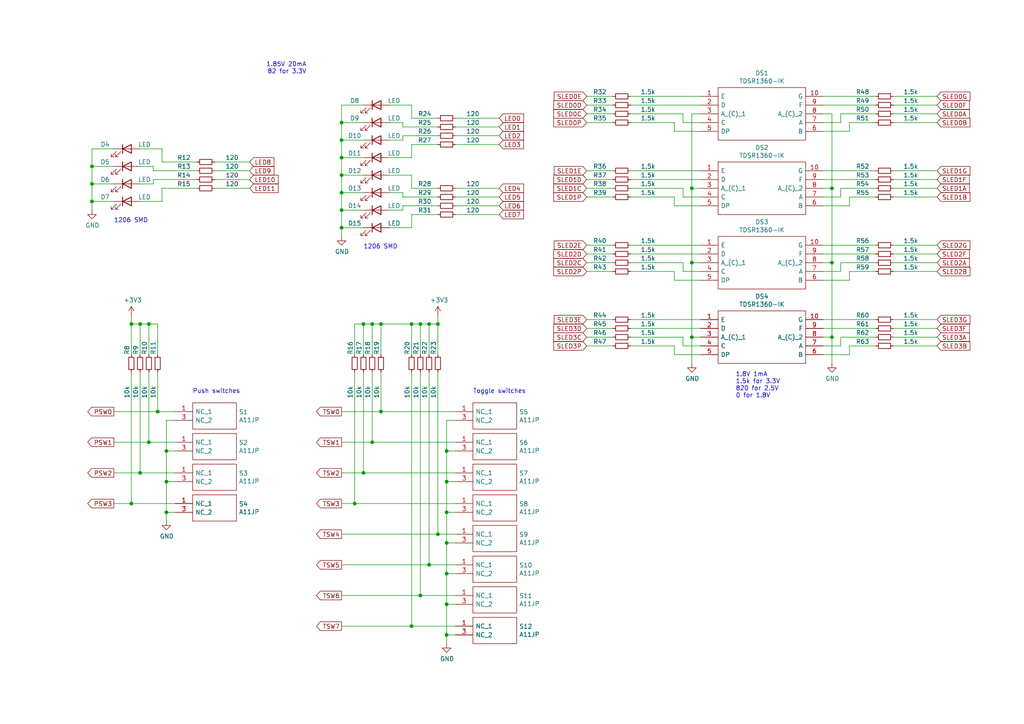
<source format=kicad_sch>
(kicad_sch (version 20211123) (generator eeschema)
  (paper "A4")
  (title_block (title "mifune/TE0890/local board") (date "2020-10-04") (rev "0.1") (comment 1 "Masayuki Takagiwa") (comment 2 "https://github.com/takagiwa/mifune") (comment 4 "GPLv2"))
  (junction (at 129.54 175.26))
  (junction (at 40.64 137.16))
  (junction (at 200.66 54.61))
  (junction (at 43.18 93.98))
  (junction (at 38.1 146.05))
  (junction (at 40.64 93.98))
  (junction (at 129.54 157.48))
  (junction (at 102.87 146.05))
  (junction (at 124.46 93.98))
  (junction (at 241.3 76.2))
  (junction (at 110.49 119.38))
  (junction (at 129.54 184.15))
  (junction (at 45.72 119.38))
  (junction (at 127 93.98))
  (junction (at 99.06 60.96))
  (junction (at 110.49 93.98))
  (junction (at 129.54 130.81))
  (junction (at 48.26 148.59))
  (junction (at 124.46 163.83))
  (junction (at 99.06 66.04))
  (junction (at 48.26 130.81))
  (junction (at 119.38 181.61))
  (junction (at 129.54 148.59))
  (junction (at 48.26 139.7))
  (junction (at 127 154.94))
  (junction (at 99.06 50.8))
  (junction (at 107.95 93.98))
  (junction (at 241.3 97.79))
  (junction (at 121.92 172.72))
  (junction (at 200.66 76.2))
  (junction (at 99.06 45.72))
  (junction (at 119.38 93.98))
  (junction (at 107.95 128.27))
  (junction (at 241.3 54.61))
  (junction (at 26.67 53.34))
  (junction (at 26.67 58.42))
  (junction (at 99.06 55.88))
  (junction (at 105.41 93.98))
  (junction (at 121.92 93.98))
  (junction (at 105.41 137.16))
  (junction (at 129.54 166.37))
  (junction (at 38.1 93.98))
  (junction (at 99.06 40.64))
  (junction (at 26.67 48.26))
  (junction (at 43.18 128.27))
  (junction (at 99.06 35.56))
  (junction (at 129.54 139.7))
  (junction (at 200.66 97.79))
  (wire (pts (xy 127 93.98) (xy 127 102.87)))
  (wire (pts (xy 116.84 57.15) (xy 127 57.15)))
  (wire (pts (xy 105.41 66.04) (xy 99.06 66.04)))
  (wire (pts (xy 238.76 100.33) (xy 243.84 100.33)))
  (wire (pts (xy 170.18 92.71) (xy 177.8 92.71)))
  (wire (pts (xy 119.38 45.72) (xy 119.38 41.91)))
  (wire (pts (xy 119.38 181.61) (xy 132.08 181.61)))
  (wire (pts (xy 33.02 58.42) (xy 26.67 58.42)))
  (wire (pts (xy 243.84 57.15) (xy 243.84 54.61)))
  (wire (pts (xy 195.58 59.69) (xy 203.2 59.69)))
  (wire (pts (xy 259.08 57.15) (xy 271.78 57.15)))
  (wire (pts (xy 243.84 35.56) (xy 243.84 33.02)))
  (wire (pts (xy 259.08 92.71) (xy 271.78 92.71)))
  (wire (pts (xy 170.18 78.74) (xy 177.8 78.74)))
  (wire (pts (xy 198.12 57.15) (xy 198.12 54.61)))
  (wire (pts (xy 241.3 54.61) (xy 241.3 76.2)))
  (wire (pts (xy 99.06 163.83) (xy 124.46 163.83)))
  (wire (pts (xy 259.08 30.48) (xy 271.78 30.48)))
  (wire (pts (xy 238.76 78.74) (xy 243.84 78.74)))
  (wire (pts (xy 116.84 59.69) (xy 127 59.69)))
  (wire (pts (xy 243.84 97.79) (xy 254 97.79)))
  (wire (pts (xy 259.08 54.61) (xy 271.78 54.61)))
  (wire (pts (xy 200.66 97.79) (xy 200.66 105.41)))
  (wire (pts (xy 132.08 59.69) (xy 144.78 59.69)))
  (wire (pts (xy 129.54 166.37) (xy 132.08 166.37)))
  (wire (pts (xy 182.88 33.02) (xy 198.12 33.02)))
  (wire (pts (xy 182.88 35.56) (xy 195.58 35.56)))
  (wire (pts (xy 105.41 35.56) (xy 99.06 35.56)))
  (wire (pts (xy 129.54 130.81) (xy 129.54 139.7)))
  (wire (pts (xy 243.84 100.33) (xy 243.84 97.79)))
  (wire (pts (xy 40.64 93.98) (xy 38.1 93.98)))
  (wire (pts (xy 116.84 55.88) (xy 116.84 57.15)))
  (wire (pts (xy 119.38 41.91) (xy 127 41.91)))
  (wire (pts (xy 238.76 33.02) (xy 241.3 33.02)))
  (wire (pts (xy 44.45 52.07) (xy 57.15 52.07)))
  (wire (pts (xy 203.2 78.74) (xy 198.12 78.74)))
  (wire (pts (xy 246.38 78.74) (xy 246.38 81.28)))
  (wire (pts (xy 105.41 45.72) (xy 99.06 45.72)))
  (wire (pts (xy 129.54 184.15) (xy 132.08 184.15)))
  (wire (pts (xy 44.45 53.34) (xy 40.64 53.34)))
  (wire (pts (xy 238.76 71.12) (xy 254 71.12)))
  (wire (pts (xy 129.54 166.37) (xy 129.54 175.26)))
  (wire (pts (xy 26.67 53.34) (xy 26.67 58.42)))
  (wire (pts (xy 62.23 46.99) (xy 72.39 46.99)))
  (wire (pts (xy 195.58 102.87) (xy 203.2 102.87)))
  (wire (pts (xy 62.23 52.07) (xy 72.39 52.07)))
  (wire (pts (xy 107.95 93.98) (xy 110.49 93.98)))
  (wire (pts (xy 182.88 52.07) (xy 203.2 52.07)))
  (wire (pts (xy 48.26 121.92) (xy 48.26 130.81)))
  (wire (pts (xy 182.88 27.94) (xy 203.2 27.94)))
  (wire (pts (xy 43.18 128.27) (xy 50.8 128.27)))
  (wire (pts (xy 129.54 139.7) (xy 129.54 148.59)))
  (wire (pts (xy 203.2 76.2) (xy 200.66 76.2)))
  (wire (pts (xy 110.49 107.95) (xy 110.49 119.38)))
  (wire (pts (xy 127 154.94) (xy 132.08 154.94)))
  (wire (pts (xy 105.41 60.96) (xy 99.06 60.96)))
  (wire (pts (xy 170.18 49.53) (xy 177.8 49.53)))
  (wire (pts (xy 26.67 43.18) (xy 26.67 48.26)))
  (wire (pts (xy 99.06 137.16) (xy 105.41 137.16)))
  (wire (pts (xy 124.46 107.95) (xy 124.46 163.83)))
  (wire (pts (xy 121.92 93.98) (xy 121.92 102.87)))
  (wire (pts (xy 243.84 54.61) (xy 254 54.61)))
  (wire (pts (xy 48.26 148.59) (xy 48.26 151.13)))
  (wire (pts (xy 170.18 30.48) (xy 177.8 30.48)))
  (wire (pts (xy 170.18 33.02) (xy 177.8 33.02)))
  (wire (pts (xy 132.08 34.29) (xy 144.78 34.29)))
  (wire (pts (xy 40.64 93.98) (xy 40.64 102.87)))
  (wire (pts (xy 259.08 35.56) (xy 271.78 35.56)))
  (wire (pts (xy 99.06 60.96) (xy 99.06 66.04)))
  (wire (pts (xy 105.41 93.98) (xy 105.41 102.87)))
  (wire (pts (xy 259.08 100.33) (xy 271.78 100.33)))
  (wire (pts (xy 119.38 66.04) (xy 119.38 62.23)))
  (wire (pts (xy 200.66 54.61) (xy 200.66 76.2)))
  (wire (pts (xy 170.18 54.61) (xy 177.8 54.61)))
  (wire (pts (xy 132.08 157.48) (xy 129.54 157.48)))
  (wire (pts (xy 110.49 93.98) (xy 110.49 102.87)))
  (wire (pts (xy 246.38 59.69) (xy 238.76 59.69)))
  (wire (pts (xy 105.41 50.8) (xy 99.06 50.8)))
  (wire (pts (xy 198.12 35.56) (xy 198.12 33.02)))
  (wire (pts (xy 259.08 97.79) (xy 271.78 97.79)))
  (wire (pts (xy 110.49 119.38) (xy 132.08 119.38)))
  (wire (pts (xy 99.06 30.48) (xy 99.06 35.56)))
  (wire (pts (xy 203.2 97.79) (xy 200.66 97.79)))
  (wire (pts (xy 119.38 54.61) (xy 127 54.61)))
  (wire (pts (xy 40.64 48.26) (xy 44.45 48.26)))
  (wire (pts (xy 110.49 93.98) (xy 119.38 93.98)))
  (wire (pts (xy 129.54 184.15) (xy 129.54 186.69)))
  (wire (pts (xy 182.88 73.66) (xy 203.2 73.66)))
  (wire (pts (xy 243.84 33.02) (xy 254 33.02)))
  (wire (pts (xy 132.08 121.92) (xy 129.54 121.92)))
  (wire (pts (xy 50.8 148.59) (xy 48.26 148.59)))
  (wire (pts (xy 116.84 40.64) (xy 113.03 40.64)))
  (wire (pts (xy 170.18 35.56) (xy 177.8 35.56)))
  (wire (pts (xy 259.08 33.02) (xy 271.78 33.02)))
  (wire (pts (xy 40.64 107.95) (xy 40.64 137.16)))
  (wire (pts (xy 46.99 46.99) (xy 57.15 46.99)))
  (wire (pts (xy 132.08 62.23) (xy 144.78 62.23)))
  (wire (pts (xy 200.66 76.2) (xy 200.66 97.79)))
  (wire (pts (xy 195.58 38.1) (xy 203.2 38.1)))
  (wire (pts (xy 246.38 100.33) (xy 254 100.33)))
  (wire (pts (xy 259.08 78.74) (xy 271.78 78.74)))
  (wire (pts (xy 102.87 93.98) (xy 105.41 93.98)))
  (wire (pts (xy 99.06 154.94) (xy 127 154.94)))
  (wire (pts (xy 127 93.98) (xy 127 91.44)))
  (wire (pts (xy 43.18 107.95) (xy 43.18 128.27)))
  (wire (pts (xy 121.92 107.95) (xy 121.92 172.72)))
  (wire (pts (xy 116.84 39.37) (xy 116.84 40.64)))
  (wire (pts (xy 132.08 39.37) (xy 144.78 39.37)))
  (wire (pts (xy 238.76 35.56) (xy 243.84 35.56)))
  (wire (pts (xy 129.54 148.59) (xy 132.08 148.59)))
  (wire (pts (xy 132.08 41.91) (xy 144.78 41.91)))
  (wire (pts (xy 50.8 121.92) (xy 48.26 121.92)))
  (wire (pts (xy 238.76 54.61) (xy 241.3 54.61)))
  (wire (pts (xy 38.1 91.44) (xy 38.1 93.98)))
  (wire (pts (xy 246.38 35.56) (xy 254 35.56)))
  (wire (pts (xy 116.84 35.56) (xy 116.84 36.83)))
  (wire (pts (xy 238.76 38.1) (xy 246.38 38.1)))
  (wire (pts (xy 203.2 33.02) (xy 200.66 33.02)))
  (wire (pts (xy 170.18 57.15) (xy 177.8 57.15)))
  (wire (pts (xy 170.18 97.79) (xy 177.8 97.79)))
  (wire (pts (xy 203.2 57.15) (xy 198.12 57.15)))
  (wire (pts (xy 33.02 53.34) (xy 26.67 53.34)))
  (wire (pts (xy 238.76 76.2) (xy 241.3 76.2)))
  (wire (pts (xy 46.99 54.61) (xy 57.15 54.61)))
  (wire (pts (xy 99.06 45.72) (xy 99.06 50.8)))
  (wire (pts (xy 246.38 81.28) (xy 238.76 81.28)))
  (wire (pts (xy 113.03 45.72) (xy 119.38 45.72)))
  (wire (pts (xy 105.41 107.95) (xy 105.41 137.16)))
  (wire (pts (xy 50.8 139.7) (xy 48.26 139.7)))
  (wire (pts (xy 182.88 71.12) (xy 203.2 71.12)))
  (wire (pts (xy 238.76 30.48) (xy 254 30.48)))
  (wire (pts (xy 40.64 93.98) (xy 43.18 93.98)))
  (wire (pts (xy 102.87 107.95) (xy 102.87 146.05)))
  (wire (pts (xy 38.1 146.05) (xy 50.8 146.05)))
  (wire (pts (xy 105.41 137.16) (xy 132.08 137.16)))
  (wire (pts (xy 119.38 30.48) (xy 113.03 30.48)))
  (wire (pts (xy 62.23 54.61) (xy 72.39 54.61)))
  (wire (pts (xy 246.38 38.1) (xy 246.38 35.56)))
  (wire (pts (xy 182.88 30.48) (xy 203.2 30.48)))
  (wire (pts (xy 241.3 97.79) (xy 241.3 105.41)))
  (wire (pts (xy 116.84 60.96) (xy 113.03 60.96)))
  (wire (pts (xy 102.87 146.05) (xy 132.08 146.05)))
  (wire (pts (xy 105.41 30.48) (xy 99.06 30.48)))
  (wire (pts (xy 33.02 43.18) (xy 26.67 43.18)))
  (wire (pts (xy 238.76 57.15) (xy 243.84 57.15)))
  (wire (pts (xy 45.72 93.98) (xy 45.72 102.87)))
  (wire (pts (xy 246.38 100.33) (xy 246.38 102.87)))
  (wire (pts (xy 113.03 55.88) (xy 116.84 55.88)))
  (wire (pts (xy 182.88 100.33) (xy 195.58 100.33)))
  (wire (pts (xy 99.06 181.61) (xy 119.38 181.61)))
  (wire (pts (xy 45.72 119.38) (xy 50.8 119.38)))
  (wire (pts (xy 198.12 78.74) (xy 198.12 76.2)))
  (wire (pts (xy 48.26 130.81) (xy 48.26 139.7)))
  (wire (pts (xy 238.76 97.79) (xy 241.3 97.79)))
  (wire (pts (xy 46.99 58.42) (xy 46.99 54.61)))
  (wire (pts (xy 170.18 71.12) (xy 177.8 71.12)))
  (wire (pts (xy 129.54 157.48) (xy 129.54 166.37)))
  (wire (pts (xy 40.64 58.42) (xy 46.99 58.42)))
  (wire (pts (xy 107.95 107.95) (xy 107.95 128.27)))
  (wire (pts (xy 99.06 50.8) (xy 99.06 55.88)))
  (wire (pts (xy 241.3 33.02) (xy 241.3 54.61)))
  (wire (pts (xy 33.02 137.16) (xy 40.64 137.16)))
  (wire (pts (xy 38.1 93.98) (xy 38.1 102.87)))
  (wire (pts (xy 238.76 27.94) (xy 254 27.94)))
  (wire (pts (xy 195.58 81.28) (xy 203.2 81.28)))
  (wire (pts (xy 238.76 49.53) (xy 254 49.53)))
  (wire (pts (xy 129.54 121.92) (xy 129.54 130.81)))
  (wire (pts (xy 62.23 49.53) (xy 72.39 49.53)))
  (wire (pts (xy 182.88 78.74) (xy 195.58 78.74)))
  (wire (pts (xy 182.88 76.2) (xy 198.12 76.2)))
  (wire (pts (xy 241.3 76.2) (xy 241.3 97.79)))
  (wire (pts (xy 203.2 100.33) (xy 198.12 100.33)))
  (wire (pts (xy 243.84 78.74) (xy 243.84 76.2)))
  (wire (pts (xy 119.38 34.29) (xy 127 34.29)))
  (wire (pts (xy 129.54 148.59) (xy 129.54 157.48)))
  (wire (pts (xy 43.18 93.98) (xy 43.18 102.87)))
  (wire (pts (xy 127 107.95) (xy 127 154.94)))
  (wire (pts (xy 132.08 54.61) (xy 144.78 54.61)))
  (wire (pts (xy 198.12 100.33) (xy 198.12 97.79)))
  (wire (pts (xy 170.18 73.66) (xy 177.8 73.66)))
  (wire (pts (xy 119.38 107.95) (xy 119.38 181.61)))
  (wire (pts (xy 170.18 100.33) (xy 177.8 100.33)))
  (wire (pts (xy 107.95 128.27) (xy 132.08 128.27)))
  (wire (pts (xy 170.18 52.07) (xy 177.8 52.07)))
  (wire (pts (xy 107.95 93.98) (xy 107.95 102.87)))
  (wire (pts (xy 33.02 128.27) (xy 43.18 128.27)))
  (wire (pts (xy 119.38 50.8) (xy 113.03 50.8)))
  (wire (pts (xy 99.06 172.72) (xy 121.92 172.72)))
  (wire (pts (xy 243.84 76.2) (xy 254 76.2)))
  (wire (pts (xy 105.41 55.88) (xy 99.06 55.88)))
  (wire (pts (xy 259.08 95.25) (xy 271.78 95.25)))
  (wire (pts (xy 113.03 66.04) (xy 119.38 66.04)))
  (wire (pts (xy 121.92 172.72) (xy 132.08 172.72)))
  (wire (pts (xy 132.08 139.7) (xy 129.54 139.7)))
  (wire (pts (xy 44.45 48.26) (xy 44.45 49.53)))
  (wire (pts (xy 259.08 27.94) (xy 271.78 27.94)))
  (wire (pts (xy 124.46 93.98) (xy 127 93.98)))
  (wire (pts (xy 33.02 119.38) (xy 45.72 119.38)))
  (wire (pts (xy 105.41 93.98) (xy 107.95 93.98)))
  (wire (pts (xy 246.38 102.87) (xy 238.76 102.87)))
  (wire (pts (xy 26.67 58.42) (xy 26.67 60.96)))
  (wire (pts (xy 182.88 54.61) (xy 198.12 54.61)))
  (wire (pts (xy 105.41 40.64) (xy 99.06 40.64)))
  (wire (pts (xy 129.54 175.26) (xy 129.54 184.15)))
  (wire (pts (xy 238.76 73.66) (xy 254 73.66)))
  (wire (pts (xy 99.06 66.04) (xy 99.06 68.58)))
  (wire (pts (xy 119.38 93.98) (xy 121.92 93.98)))
  (wire (pts (xy 99.06 119.38) (xy 110.49 119.38)))
  (wire (pts (xy 48.26 139.7) (xy 48.26 148.59)))
  (wire (pts (xy 182.88 49.53) (xy 203.2 49.53)))
  (wire (pts (xy 121.92 93.98) (xy 124.46 93.98)))
  (wire (pts (xy 45.72 107.95) (xy 45.72 119.38)))
  (wire (pts (xy 119.38 93.98) (xy 119.38 102.87)))
  (wire (pts (xy 99.06 40.64) (xy 99.06 45.72)))
  (wire (pts (xy 132.08 57.15) (xy 144.78 57.15)))
  (wire (pts (xy 116.84 59.69) (xy 116.84 60.96)))
  (wire (pts (xy 203.2 35.56) (xy 198.12 35.56)))
  (wire (pts (xy 195.58 100.33) (xy 195.58 102.87)))
  (wire (pts (xy 119.38 62.23) (xy 127 62.23)))
  (wire (pts (xy 99.06 55.88) (xy 99.06 60.96)))
  (wire (pts (xy 238.76 95.25) (xy 254 95.25)))
  (wire (pts (xy 132.08 175.26) (xy 129.54 175.26)))
  (wire (pts (xy 182.88 97.79) (xy 198.12 97.79)))
  (wire (pts (xy 132.08 36.83) (xy 144.78 36.83)))
  (wire (pts (xy 170.18 95.25) (xy 177.8 95.25)))
  (wire (pts (xy 200.66 33.02) (xy 200.66 54.61)))
  (wire (pts (xy 182.88 92.71) (xy 203.2 92.71)))
  (wire (pts (xy 102.87 93.98) (xy 102.87 102.87)))
  (wire (pts (xy 46.99 43.18) (xy 40.64 43.18)))
  (wire (pts (xy 99.06 146.05) (xy 102.87 146.05)))
  (wire (pts (xy 40.64 137.16) (xy 50.8 137.16)))
  (wire (pts (xy 44.45 52.07) (xy 44.45 53.34)))
  (wire (pts (xy 238.76 92.71) (xy 254 92.71)))
  (wire (pts (xy 246.38 57.15) (xy 254 57.15)))
  (wire (pts (xy 124.46 163.83) (xy 132.08 163.83)))
  (wire (pts (xy 119.38 54.61) (xy 119.38 50.8)))
  (wire (pts (xy 113.03 35.56) (xy 116.84 35.56)))
  (wire (pts (xy 119.38 34.29) (xy 119.38 30.48)))
  (wire (pts (xy 99.06 35.56) (xy 99.06 40.64)))
  (wire (pts (xy 99.06 128.27) (xy 107.95 128.27)))
  (wire (pts (xy 195.58 78.74) (xy 195.58 81.28)))
  (wire (pts (xy 182.88 95.25) (xy 203.2 95.25)))
  (wire (pts (xy 182.88 57.15) (xy 195.58 57.15)))
  (wire (pts (xy 195.58 35.56) (xy 195.58 38.1)))
  (wire (pts (xy 33.02 146.05) (xy 38.1 146.05)))
  (wire (pts (xy 44.45 49.53) (xy 57.15 49.53)))
  (wire (pts (xy 203.2 54.61) (xy 200.66 54.61)))
  (wire (pts (xy 259.08 52.07) (xy 271.78 52.07)))
  (wire (pts (xy 50.8 130.81) (xy 48.26 130.81)))
  (wire (pts (xy 238.76 52.07) (xy 254 52.07)))
  (wire (pts (xy 124.46 93.98) (xy 124.46 102.87)))
  (wire (pts (xy 38.1 107.95) (xy 38.1 146.05)))
  (wire (pts (xy 46.99 46.99) (xy 46.99 43.18)))
  (wire (pts (xy 259.08 76.2) (xy 271.78 76.2)))
  (wire (pts (xy 246.38 78.74) (xy 254 78.74)))
  (wire (pts (xy 259.08 73.66) (xy 271.78 73.66)))
  (wire (pts (xy 195.58 57.15) (xy 195.58 59.69)))
  (wire (pts (xy 259.08 49.53) (xy 271.78 49.53)))
  (wire (pts (xy 170.18 27.94) (xy 177.8 27.94)))
  (wire (pts (xy 116.84 39.37) (xy 127 39.37)))
  (wire (pts (xy 246.38 57.15) (xy 246.38 59.69)))
  (wire (pts (xy 170.18 76.2) (xy 177.8 76.2)))
  (wire (pts (xy 116.84 36.83) (xy 127 36.83)))
  (wire (pts (xy 33.02 48.26) (xy 26.67 48.26)))
  (wire (pts (xy 26.67 48.26) (xy 26.67 53.34)))
  (wire (pts (xy 43.18 93.98) (xy 45.72 93.98)))
  (wire (pts (xy 259.08 71.12) (xy 271.78 71.12)))
  (wire (pts (xy 129.54 130.81) (xy 132.08 130.81)))
  (text "Toggle switches" (at 137.16 114.3 0) (effects (font (size 1.27 1.27)) (justify left bottom)))
  (text "1206 SMD" (at 105.41 72.39 0) (effects (font (size 1.27 1.27)) (justify left bottom)))
  (text "1.8V 1mA\n1.5k for 3.3V\n820 for 2.5V\n0 for 1.8V\n" (at 213.36 115.57 0) (effects (font (size 1.27 1.27)) (justify left bottom)))
  (text "Push switches" (at 55.88 114.3 0) (effects (font (size 1.27 1.27)) (justify left bottom)))
  (text "1.85V 20mA\n82 for 3.3V" (at 88.9 21.59 180) (effects (font (size 1.27 1.27)) (justify right bottom)))
  (text "1206 SMD" (at 33.02 64.77 0) (effects (font (size 1.27 1.27)) (justify left bottom)))
  (global_label "TSW1" (shape output) (at 99.06 128.27 180) (property "シート間のリファレンス" "${INTERSHEET_REFS}" (effects hide)))
  (global_label "LED1" (shape input) (at 144.78 36.83 0) (property "シート間のリファレンス" "${INTERSHEET_REFS}" (effects hide)))
  (global_label "SLED0D" (shape input) (at 170.18 30.48 180) (property "シート間のリファレンス" "${INTERSHEET_REFS}" (effects hide)))
  (global_label "LED5" (shape input) (at 144.78 57.15 0) (property "シート間のリファレンス" "${INTERSHEET_REFS}" (effects hide)))
  (global_label "TSW7" (shape output) (at 99.06 181.61 180) (property "シート間のリファレンス" "${INTERSHEET_REFS}" (effects hide)))
  (global_label "SLED1G" (shape input) (at 271.78 49.53 0) (property "シート間のリファレンス" "${INTERSHEET_REFS}" (effects hide)))
  (global_label "SLED3F" (shape input) (at 271.78 95.25 0) (property "シート間のリファレンス" "${INTERSHEET_REFS}" (effects hide)))
  (global_label "SLED1P" (shape input) (at 170.18 57.15 180) (property "シート間のリファレンス" "${INTERSHEET_REFS}" (effects hide)))
  (global_label "SLED0F" (shape input) (at 271.78 30.48 0) (property "シート間のリファレンス" "${INTERSHEET_REFS}" (effects hide)))
  (global_label "SLED1C" (shape input) (at 170.18 54.61 180) (property "シート間のリファレンス" "${INTERSHEET_REFS}" (effects hide)))
  (global_label "PSW2" (shape output) (at 33.02 137.16 180) (property "シート間のリファレンス" "${INTERSHEET_REFS}" (effects hide)))
  (global_label "SLED1F" (shape input) (at 271.78 52.07 0) (property "シート間のリファレンス" "${INTERSHEET_REFS}" (effects hide)))
  (global_label "SLED2G" (shape input) (at 271.78 71.12 0) (property "シート間のリファレンス" "${INTERSHEET_REFS}" (effects hide)))
  (global_label "SLED0E" (shape input) (at 170.18 27.94 180) (property "シート間のリファレンス" "${INTERSHEET_REFS}" (effects hide)))
  (global_label "SLED2E" (shape input) (at 170.18 71.12 180) (property "シート間のリファレンス" "${INTERSHEET_REFS}" (effects hide)))
  (global_label "TSW4" (shape output) (at 99.06 154.94 180) (property "シート間のリファレンス" "${INTERSHEET_REFS}" (effects hide)))
  (global_label "SLED2D" (shape input) (at 170.18 73.66 180) (property "シート間のリファレンス" "${INTERSHEET_REFS}" (effects hide)))
  (global_label "SLED0G" (shape input) (at 271.78 27.94 0) (property "シート間のリファレンス" "${INTERSHEET_REFS}" (effects hide)))
  (global_label "SLED1B" (shape input) (at 271.78 57.15 0) (property "シート間のリファレンス" "${INTERSHEET_REFS}" (effects hide)))
  (global_label "SLED2C" (shape input) (at 170.18 76.2 180) (property "シート間のリファレンス" "${INTERSHEET_REFS}" (effects hide)))
  (global_label "LED4" (shape input) (at 144.78 54.61 0) (property "シート間のリファレンス" "${INTERSHEET_REFS}" (effects hide)))
  (global_label "PSW3" (shape output) (at 33.02 146.05 180) (property "シート間のリファレンス" "${INTERSHEET_REFS}" (effects hide)))
  (global_label "TSW2" (shape output) (at 99.06 137.16 180) (property "シート間のリファレンス" "${INTERSHEET_REFS}" (effects hide)))
  (global_label "SLED1E" (shape input) (at 170.18 49.53 180) (property "シート間のリファレンス" "${INTERSHEET_REFS}" (effects hide)))
  (global_label "PSW0" (shape output) (at 33.02 119.38 180) (property "シート間のリファレンス" "${INTERSHEET_REFS}" (effects hide)))
  (global_label "SLED3A" (shape input) (at 271.78 97.79 0) (property "シート間のリファレンス" "${INTERSHEET_REFS}" (effects hide)))
  (global_label "TSW0" (shape output) (at 99.06 119.38 180) (property "シート間のリファレンス" "${INTERSHEET_REFS}" (effects hide)))
  (global_label "LED10" (shape input) (at 72.39 52.07 0) (property "シート間のリファレンス" "${INTERSHEET_REFS}" (effects hide)))
  (global_label "SLED1D" (shape input) (at 170.18 52.07 180) (property "シート間のリファレンス" "${INTERSHEET_REFS}" (effects hide)))
  (global_label "SLED3E" (shape input) (at 170.18 92.71 180) (property "シート間のリファレンス" "${INTERSHEET_REFS}" (effects hide)))
  (global_label "SLED3C" (shape input) (at 170.18 97.79 180) (property "シート間のリファレンス" "${INTERSHEET_REFS}" (effects hide)))
  (global_label "SLED0B" (shape input) (at 271.78 35.56 0) (property "シート間のリファレンス" "${INTERSHEET_REFS}" (effects hide)))
  (global_label "TSW3" (shape output) (at 99.06 146.05 180) (property "シート間のリファレンス" "${INTERSHEET_REFS}" (effects hide)))
  (global_label "SLED3D" (shape input) (at 170.18 95.25 180) (property "シート間のリファレンス" "${INTERSHEET_REFS}" (effects hide)))
  (global_label "SLED2B" (shape input) (at 271.78 78.74 0) (property "シート間のリファレンス" "${INTERSHEET_REFS}" (effects hide)))
  (global_label "SLED2A" (shape input) (at 271.78 76.2 0) (property "シート間のリファレンス" "${INTERSHEET_REFS}" (effects hide)))
  (global_label "LED8" (shape input) (at 72.39 46.99 0) (property "シート間のリファレンス" "${INTERSHEET_REFS}" (effects hide)))
  (global_label "TSW5" (shape output) (at 99.06 163.83 180) (property "シート間のリファレンス" "${INTERSHEET_REFS}" (effects hide)))
  (global_label "SLED2P" (shape input) (at 170.18 78.74 180) (property "シート間のリファレンス" "${INTERSHEET_REFS}" (effects hide)))
  (global_label "LED9" (shape input) (at 72.39 49.53 0) (property "シート間のリファレンス" "${INTERSHEET_REFS}" (effects hide)))
  (global_label "TSW6" (shape output) (at 99.06 172.72 180) (property "シート間のリファレンス" "${INTERSHEET_REFS}" (effects hide)))
  (global_label "SLED2F" (shape input) (at 271.78 73.66 0) (property "シート間のリファレンス" "${INTERSHEET_REFS}" (effects hide)))
  (global_label "LED11" (shape input) (at 72.39 54.61 0) (property "シート間のリファレンス" "${INTERSHEET_REFS}" (effects hide)))
  (global_label "PSW1" (shape output) (at 33.02 128.27 180) (property "シート間のリファレンス" "${INTERSHEET_REFS}" (effects hide)))
  (global_label "SLED0C" (shape input) (at 170.18 33.02 180) (property "シート間のリファレンス" "${INTERSHEET_REFS}" (effects hide)))
  (global_label "LED0" (shape input) (at 144.78 34.29 0) (property "シート間のリファレンス" "${INTERSHEET_REFS}" (effects hide)))
  (global_label "SLED3B" (shape input) (at 271.78 100.33 0) (property "シート間のリファレンス" "${INTERSHEET_REFS}" (effects hide)))
  (global_label "LED6" (shape input) (at 144.78 59.69 0) (property "シート間のリファレンス" "${INTERSHEET_REFS}" (effects hide)))
  (global_label "SLED0A" (shape input) (at 271.78 33.02 0) (property "シート間のリファレンス" "${INTERSHEET_REFS}" (effects hide)))
  (global_label "SLED0P" (shape input) (at 170.18 35.56 180) (property "シート間のリファレンス" "${INTERSHEET_REFS}" (effects hide)))
  (global_label "LED7" (shape input) (at 144.78 62.23 0) (property "シート間のリファレンス" "${INTERSHEET_REFS}" (effects hide)))
  (global_label "SLED3G" (shape input) (at 271.78 92.71 0) (property "シート間のリファレンス" "${INTERSHEET_REFS}" (effects hide)))
  (global_label "SLED3P" (shape input) (at 170.18 100.33 180) (property "シート間のリファレンス" "${INTERSHEET_REFS}" (effects hide)))
  (global_label "LED3" (shape input) (at 144.78 41.91 0) (property "シート間のリファレンス" "${INTERSHEET_REFS}" (effects hide)))
  (global_label "LED2" (shape input) (at 144.78 39.37 0) (property "シート間のリファレンス" "${INTERSHEET_REFS}" (effects hide)))
  (global_label "SLED1A" (shape input) (at 271.78 54.61 0) (property "シート間のリファレンス" "${INTERSHEET_REFS}" (effects hide)))
  (symbol (lib_id "Device:LED") (at 109.22 30.48 0)
    (property "Reference" "D8" (at 102.87 29.21 0))
    (property "Value" "LED" (at 114.3 29.21 0))
    (property "Footprint" "LED_SMD:LED_1206_3216Metric_Pad1.42x1.75mm_HandSolder" (effects hide))
  )
  (symbol (lib_id "Device:LED") (at 109.22 35.56 0)
    (property "Reference" "D9" (at 102.87 34.29 0))
    (property "Value" "LED" (at 114.3 34.29 0))
    (property "Footprint" "LED_SMD:LED_1206_3216Metric_Pad1.42x1.75mm_HandSolder" (effects hide))
  )
  (symbol (lib_id "Device:LED") (at 109.22 40.64 0)
    (property "Reference" "D10" (at 102.87 39.37 0))
    (property "Value" "LED" (at 114.3 39.37 0))
    (property "Footprint" "LED_SMD:LED_1206_3216Metric_Pad1.42x1.75mm_HandSolder" (effects hide))
  )
  (symbol (lib_id "Device:LED") (at 109.22 45.72 0)
    (property "Reference" "D11" (at 102.87 44.45 0))
    (property "Value" "LED" (at 114.3 44.45 0))
    (property "Footprint" "LED_SMD:LED_1206_3216Metric_Pad1.42x1.75mm_HandSolder" (effects hide))
  )
  (symbol (lib_id "Device:LED") (at 109.22 50.8 0)
    (property "Reference" "D12" (at 102.87 49.53 0))
    (property "Value" "LED" (at 114.3 49.53 0))
    (property "Footprint" "LED_SMD:LED_1206_3216Metric_Pad1.42x1.75mm_HandSolder" (effects hide))
  )
  (symbol (lib_id "Device:LED") (at 109.22 55.88 0)
    (property "Reference" "D13" (at 102.87 54.61 0))
    (property "Value" "LED" (at 114.3 54.61 0))
    (property "Footprint" "LED_SMD:LED_1206_3216Metric_Pad1.42x1.75mm_HandSolder" (effects hide))
  )
  (symbol (lib_id "Device:LED") (at 109.22 60.96 0)
    (property "Reference" "D14" (at 102.87 59.69 0))
    (property "Value" "LED" (at 114.3 59.69 0))
    (property "Footprint" "LED_SMD:LED_1206_3216Metric_Pad1.42x1.75mm_HandSolder" (effects hide))
  )
  (symbol (lib_id "Device:LED") (at 109.22 66.04 0)
    (property "Reference" "D15" (at 102.87 64.77 0))
    (property "Value" "LED" (at 114.3 64.77 0))
    (property "Footprint" "LED_SMD:LED_1206_3216Metric_Pad1.42x1.75mm_HandSolder" (effects hide))
  )
  (symbol (lib_id "LibraryLoader:TDSR1360-IK") (at 203.2 27.94 0) (unit 1)
    (property "Reference" "DS1" (at 220.98 21.209 0))
    (property "Value" "TDSR1360-IK" (at 220.98 23.5204 0))
    (property "Footprint" "LibraryLoader:TDSR1360IK" (effects hide))
    (property "Datasheet" "https://componentsearchengine.com/Datasheets/1/TDSR1360-IK.pdf" (effects hide))
    (property "Description" "Displays Module 1DIGIT 8LED Red CC 10-Pin DIP Module Tube" (effects hide))
    (property "Height" "7.1" (effects hide))
    (property "Mouser Part Number" "78-TDSR1360-IK" (effects hide))
    (property "Mouser Price/Stock" "https://www.mouser.co.uk/ProductDetail/Vishay-Semiconductors/TDSR1360-IK?qs=5csRq1wdUj5b9hoSL0MeOw%3D%3D" (effects hide))
    (property "Manufacturer_Name" "Vishay" (effects hide))
    (property "Manufacturer_Part_Number" "TDSR1360-IK" (effects hide))
  )
  (symbol (lib_id "LibraryLoader:TDSR1360-IK") (at 203.2 49.53 0) (unit 1)
    (property "Reference" "DS2" (at 220.98 42.799 0))
    (property "Value" "TDSR1360-IK" (at 220.98 45.1104 0))
    (property "Footprint" "LibraryLoader:TDSR1360IK" (effects hide))
    (property "Datasheet" "https://componentsearchengine.com/Datasheets/1/TDSR1360-IK.pdf" (effects hide))
    (property "Description" "Displays Module 1DIGIT 8LED Red CC 10-Pin DIP Module Tube" (effects hide))
    (property "Height" "7.1" (effects hide))
    (property "Mouser Part Number" "78-TDSR1360-IK" (effects hide))
    (property "Mouser Price/Stock" "https://www.mouser.co.uk/ProductDetail/Vishay-Semiconductors/TDSR1360-IK?qs=5csRq1wdUj5b9hoSL0MeOw%3D%3D" (effects hide))
    (property "Manufacturer_Name" "Vishay" (effects hide))
    (property "Manufacturer_Part_Number" "TDSR1360-IK" (effects hide))
  )
  (symbol (lib_id "LibraryLoader:TDSR1360-IK") (at 203.2 71.12 0) (unit 1)
    (property "Reference" "DS3" (at 220.98 64.389 0))
    (property "Value" "TDSR1360-IK" (at 220.98 66.7004 0))
    (property "Footprint" "LibraryLoader:TDSR1360IK" (effects hide))
    (property "Datasheet" "https://componentsearchengine.com/Datasheets/1/TDSR1360-IK.pdf" (effects hide))
    (property "Description" "Displays Module 1DIGIT 8LED Red CC 10-Pin DIP Module Tube" (effects hide))
    (property "Height" "7.1" (effects hide))
    (property "Mouser Part Number" "78-TDSR1360-IK" (effects hide))
    (property "Mouser Price/Stock" "https://www.mouser.co.uk/ProductDetail/Vishay-Semiconductors/TDSR1360-IK?qs=5csRq1wdUj5b9hoSL0MeOw%3D%3D" (effects hide))
    (property "Manufacturer_Name" "Vishay" (effects hide))
    (property "Manufacturer_Part_Number" "TDSR1360-IK" (effects hide))
  )
  (symbol (lib_id "LibraryLoader:TDSR1360-IK") (at 203.2 92.71 0) (unit 1)
    (property "Reference" "DS4" (at 220.98 85.979 0))
    (property "Value" "TDSR1360-IK" (at 220.98 88.2904 0))
    (property "Footprint" "LibraryLoader:TDSR1360IK" (effects hide))
    (property "Datasheet" "https://componentsearchengine.com/Datasheets/1/TDSR1360-IK.pdf" (effects hide))
    (property "Description" "Displays Module 1DIGIT 8LED Red CC 10-Pin DIP Module Tube" (effects hide))
    (property "Height" "7.1" (effects hide))
    (property "Mouser Part Number" "78-TDSR1360-IK" (effects hide))
    (property "Mouser Price/Stock" "https://www.mouser.co.uk/ProductDetail/Vishay-Semiconductors/TDSR1360-IK?qs=5csRq1wdUj5b9hoSL0MeOw%3D%3D" (effects hide))
    (property "Manufacturer_Name" "Vishay" (effects hide))
    (property "Manufacturer_Part_Number" "TDSR1360-IK" (effects hide))
  )
  (symbol (lib_id "power:GND") (at 241.3 105.41 0) (unit 1)
    (property "Reference" "#PWR033" (effects hide))
    (property "Value" "GND" (at 241.427 109.8042 0))
  )
  (symbol (lib_id "power:GND") (at 200.66 105.41 0) (unit 1)
    (property "Reference" "#PWR032" (effects hide))
    (property "Value" "GND" (at 200.787 109.8042 0))
  )
  (symbol (lib_id "power:GND") (at 99.06 68.58 0) (unit 1)
    (property "Reference" "#PWR029" (effects hide))
    (property "Value" "GND" (at 99.187 72.9742 0))
  )
  (symbol (lib_id "power:GND") (at 48.26 151.13 0) (unit 1)
    (property "Reference" "#PWR028" (effects hide))
    (property "Value" "GND" (at 48.387 155.5242 0))
  )
  (symbol (lib_id "power:GND") (at 129.54 186.69 0) (unit 1)
    (property "Reference" "#PWR031" (effects hide))
    (property "Value" "GND" (at 129.667 191.0842 0))
  )
  (symbol (lib_id "LibraryLoader:A11JP") (at 132.08 146.05 0) (unit 1)
    (property "Reference" "S8" (at 150.5712 146.1516 0) (effects (justify left)))
    (property "Value" "A11JP" (at 150.5712 148.463 0) (effects (justify left)))
    (property "Footprint" "LibraryLoader:A11JP" (effects hide))
    (property "Description" "NKK SWITCHES - A11JP - SWITCH, TOGGLE, SPST, 0.1A, 28VAC" (effects hide))
    (property "Height" "19.4" (effects hide))
    (property "Mouser Part Number" "633-A11JP" (effects hide))
    (property "Mouser Price/Stock" "https://www.mouser.co.uk/ProductDetail/NKK-Switches/A11JP?qs=KqcCwYXy5KGYGAOWVYZnow%3D%3D" (effects hide))
    (property "Manufacturer_Name" "NKK Switches" (effects hide))
    (property "Manufacturer_Part_Number" "A11JP" (effects hide))
  )
  (symbol (lib_id "LibraryLoader:A11JP") (at 132.08 137.16 0) (unit 1)
    (property "Reference" "S7" (at 150.5712 137.2616 0) (effects (justify left)))
    (property "Value" "A11JP" (at 150.5712 139.573 0) (effects (justify left)))
    (property "Footprint" "LibraryLoader:A11JP" (effects hide))
    (property "Description" "NKK SWITCHES - A11JP - SWITCH, TOGGLE, SPST, 0.1A, 28VAC" (effects hide))
    (property "Height" "19.4" (effects hide))
    (property "Mouser Part Number" "633-A11JP" (effects hide))
    (property "Mouser Price/Stock" "https://www.mouser.co.uk/ProductDetail/NKK-Switches/A11JP?qs=KqcCwYXy5KGYGAOWVYZnow%3D%3D" (effects hide))
    (property "Manufacturer_Name" "NKK Switches" (effects hide))
    (property "Manufacturer_Part_Number" "A11JP" (effects hide))
  )
  (symbol (lib_id "LibraryLoader:A11JP") (at 132.08 128.27 0) (unit 1)
    (property "Reference" "S6" (at 150.5712 128.3716 0) (effects (justify left)))
    (property "Value" "A11JP" (at 150.5712 130.683 0) (effects (justify left)))
    (property "Footprint" "LibraryLoader:A11JP" (effects hide))
    (property "Description" "NKK SWITCHES - A11JP - SWITCH, TOGGLE, SPST, 0.1A, 28VAC" (effects hide))
    (property "Height" "19.4" (effects hide))
    (property "Mouser Part Number" "633-A11JP" (effects hide))
    (property "Mouser Price/Stock" "https://www.mouser.co.uk/ProductDetail/NKK-Switches/A11JP?qs=KqcCwYXy5KGYGAOWVYZnow%3D%3D" (effects hide))
    (property "Manufacturer_Name" "NKK Switches" (effects hide))
    (property "Manufacturer_Part_Number" "A11JP" (effects hide))
  )
  (symbol (lib_id "LibraryLoader:A11JP") (at 132.08 154.94 0) (unit 1)
    (property "Reference" "S9" (at 150.5712 155.0416 0) (effects (justify left)))
    (property "Value" "A11JP" (at 150.5712 157.353 0) (effects (justify left)))
    (property "Footprint" "LibraryLoader:A11JP" (effects hide))
    (property "Description" "NKK SWITCHES - A11JP - SWITCH, TOGGLE, SPST, 0.1A, 28VAC" (effects hide))
    (property "Height" "19.4" (effects hide))
    (property "Mouser Part Number" "633-A11JP" (effects hide))
    (property "Mouser Price/Stock" "https://www.mouser.co.uk/ProductDetail/NKK-Switches/A11JP?qs=KqcCwYXy5KGYGAOWVYZnow%3D%3D" (effects hide))
    (property "Manufacturer_Name" "NKK Switches" (effects hide))
    (property "Manufacturer_Part_Number" "A11JP" (effects hide))
  )
  (symbol (lib_id "LibraryLoader:A11JP") (at 132.08 163.83 0) (unit 1)
    (property "Reference" "S10" (at 150.5712 163.9316 0) (effects (justify left)))
    (property "Value" "A11JP" (at 150.5712 166.243 0) (effects (justify left)))
    (property "Footprint" "LibraryLoader:A11JP" (effects hide))
    (property "Description" "NKK SWITCHES - A11JP - SWITCH, TOGGLE, SPST, 0.1A, 28VAC" (effects hide))
    (property "Height" "19.4" (effects hide))
    (property "Mouser Part Number" "633-A11JP" (effects hide))
    (property "Mouser Price/Stock" "https://www.mouser.co.uk/ProductDetail/NKK-Switches/A11JP?qs=KqcCwYXy5KGYGAOWVYZnow%3D%3D" (effects hide))
    (property "Manufacturer_Name" "NKK Switches" (effects hide))
    (property "Manufacturer_Part_Number" "A11JP" (effects hide))
  )
  (symbol (lib_id "LibraryLoader:A11JP") (at 132.08 172.72 0) (unit 1)
    (property "Reference" "S11" (at 150.5712 172.8216 0) (effects (justify left)))
    (property "Value" "A11JP" (at 150.5712 175.133 0) (effects (justify left)))
    (property "Footprint" "LibraryLoader:A11JP" (effects hide))
    (property "Description" "NKK SWITCHES - A11JP - SWITCH, TOGGLE, SPST, 0.1A, 28VAC" (effects hide))
    (property "Height" "19.4" (effects hide))
    (property "Mouser Part Number" "633-A11JP" (effects hide))
    (property "Mouser Price/Stock" "https://www.mouser.co.uk/ProductDetail/NKK-Switches/A11JP?qs=KqcCwYXy5KGYGAOWVYZnow%3D%3D" (effects hide))
    (property "Manufacturer_Name" "NKK Switches" (effects hide))
    (property "Manufacturer_Part_Number" "A11JP" (effects hide))
  )
  (symbol (lib_id "LibraryLoader:A11JP") (at 132.08 181.61 0) (unit 1)
    (property "Reference" "S12" (at 150.5712 181.7116 0) (effects (justify left)))
    (property "Value" "A11JP" (at 150.5712 184.023 0) (effects (justify left)))
    (property "Footprint" "LibraryLoader:A11JP" (effects hide))
    (property "Description" "NKK SWITCHES - A11JP - SWITCH, TOGGLE, SPST, 0.1A, 28VAC" (effects hide))
    (property "Height" "19.4" (effects hide))
    (property "Mouser Part Number" "633-A11JP" (effects hide))
    (property "Mouser Price/Stock" "https://www.mouser.co.uk/ProductDetail/NKK-Switches/A11JP?qs=KqcCwYXy5KGYGAOWVYZnow%3D%3D" (effects hide))
    (property "Manufacturer_Name" "NKK Switches" (effects hide))
    (property "Manufacturer_Part_Number" "A11JP" (effects hide))
  )
  (symbol (lib_id "LibraryLoader:A11JP") (at 132.08 119.38 0) (unit 1)
    (property "Reference" "S5" (at 150.5712 119.4816 0) (effects (justify left)))
    (property "Value" "A11JP" (at 150.5712 121.793 0) (effects (justify left)))
    (property "Footprint" "LibraryLoader:A11JP" (effects hide))
    (property "Description" "NKK SWITCHES - A11JP - SWITCH, TOGGLE, SPST, 0.1A, 28VAC" (effects hide))
    (property "Height" "19.4" (effects hide))
    (property "Mouser Part Number" "633-A11JP" (effects hide))
    (property "Mouser Price/Stock" "https://www.mouser.co.uk/ProductDetail/NKK-Switches/A11JP?qs=KqcCwYXy5KGYGAOWVYZnow%3D%3D" (effects hide))
    (property "Manufacturer_Name" "NKK Switches" (effects hide))
    (property "Manufacturer_Part_Number" "A11JP" (effects hide))
  )
  (symbol (lib_id "LibraryLoader:A11JP") (at 50.8 146.05 0) (unit 1)
    (property "Reference" "S4" (at 69.2912 146.1516 0) (effects (justify left)))
    (property "Value" "A11JP" (at 69.2912 148.463 0) (effects (justify left)))
    (property "Footprint" "LibraryLoader:A11JP" (effects hide))
    (property "Description" "NKK SWITCHES - A11JP - SWITCH, TOGGLE, SPST, 0.1A, 28VAC" (effects hide))
    (property "Height" "19.4" (effects hide))
    (property "Mouser Part Number" "633-A11JP" (effects hide))
    (property "Mouser Price/Stock" "https://www.mouser.co.uk/ProductDetail/NKK-Switches/A11JP?qs=KqcCwYXy5KGYGAOWVYZnow%3D%3D" (effects hide))
    (property "Manufacturer_Name" "NKK Switches" (effects hide))
    (property "Manufacturer_Part_Number" "A11JP" (effects hide))
  )
  (symbol (lib_id "LibraryLoader:A11JP") (at 50.8 137.16 0) (unit 1)
    (property "Reference" "S3" (at 69.2912 137.2616 0) (effects (justify left)))
    (property "Value" "A11JP" (at 69.2912 139.573 0) (effects (justify left)))
    (property "Footprint" "LibraryLoader:A11JP" (effects hide))
    (property "Description" "NKK SWITCHES - A11JP - SWITCH, TOGGLE, SPST, 0.1A, 28VAC" (effects hide))
    (property "Height" "19.4" (effects hide))
    (property "Mouser Part Number" "633-A11JP" (effects hide))
    (property "Mouser Price/Stock" "https://www.mouser.co.uk/ProductDetail/NKK-Switches/A11JP?qs=KqcCwYXy5KGYGAOWVYZnow%3D%3D" (effects hide))
    (property "Manufacturer_Name" "NKK Switches" (effects hide))
    (property "Manufacturer_Part_Number" "A11JP" (effects hide))
  )
  (symbol (lib_id "LibraryLoader:A11JP") (at 50.8 128.27 0) (unit 1)
    (property "Reference" "S2" (at 69.2912 128.3716 0) (effects (justify left)))
    (property "Value" "A11JP" (at 69.2912 130.683 0) (effects (justify left)))
    (property "Footprint" "LibraryLoader:A11JP" (effects hide))
    (property "Description" "NKK SWITCHES - A11JP - SWITCH, TOGGLE, SPST, 0.1A, 28VAC" (effects hide))
    (property "Height" "19.4" (effects hide))
    (property "Mouser Part Number" "633-A11JP" (effects hide))
    (property "Mouser Price/Stock" "https://www.mouser.co.uk/ProductDetail/NKK-Switches/A11JP?qs=KqcCwYXy5KGYGAOWVYZnow%3D%3D" (effects hide))
    (property "Manufacturer_Name" "NKK Switches" (effects hide))
    (property "Manufacturer_Part_Number" "A11JP" (effects hide))
  )
  (symbol (lib_id "LibraryLoader:A11JP") (at 50.8 119.38 0) (unit 1)
    (property "Reference" "S1" (at 69.2912 119.4816 0) (effects (justify left)))
    (property "Value" "A11JP" (at 69.2912 121.793 0) (effects (justify left)))
    (property "Footprint" "LibraryLoader:A11JP" (effects hide))
    (property "Description" "NKK SWITCHES - A11JP - SWITCH, TOGGLE, SPST, 0.1A, 28VAC" (effects hide))
    (property "Height" "19.4" (effects hide))
    (property "Mouser Part Number" "633-A11JP" (effects hide))
    (property "Mouser Price/Stock" "https://www.mouser.co.uk/ProductDetail/NKK-Switches/A11JP?qs=KqcCwYXy5KGYGAOWVYZnow%3D%3D" (effects hide))
    (property "Manufacturer_Name" "NKK Switches" (effects hide))
    (property "Manufacturer_Part_Number" "A11JP" (effects hide))
  )
  (symbol (lib_id "Device:LED") (at 36.83 43.18 0)
    (property "Reference" "D4" (at 30.48 41.91 0))
    (property "Value" "LED" (at 41.91 41.91 0))
    (property "Footprint" "LED_SMD:LED_1206_3216Metric_Pad1.42x1.75mm_HandSolder" (effects hide))
  )
  (symbol (lib_id "Device:LED") (at 36.83 48.26 0)
    (property "Reference" "D5" (at 30.48 46.99 0))
    (property "Value" "LED" (at 41.91 46.99 0))
    (property "Footprint" "LED_SMD:LED_1206_3216Metric_Pad1.42x1.75mm_HandSolder" (effects hide))
  )
  (symbol (lib_id "Device:LED") (at 36.83 53.34 0)
    (property "Reference" "D6" (at 30.48 52.07 0))
    (property "Value" "LED" (at 41.91 52.07 0))
    (property "Footprint" "LED_SMD:LED_1206_3216Metric_Pad1.42x1.75mm_HandSolder" (effects hide))
  )
  (symbol (lib_id "Device:LED") (at 36.83 58.42 0)
    (property "Reference" "D7" (at 30.48 57.15 0))
    (property "Value" "LED" (at 41.91 57.15 0))
    (property "Footprint" "LED_SMD:LED_1206_3216Metric_Pad1.42x1.75mm_HandSolder" (effects hide))
  )
  (symbol (lib_id "power:GND") (at 26.67 60.96 0) (unit 1)
    (property "Reference" "#PWR026" (effects hide))
    (property "Value" "GND" (at 26.797 65.3542 0))
  )
  (symbol (lib_id "power:+3.3V") (at 127 91.44 0) (unit 1)
    (property "Reference" "#PWR030" (effects hide))
    (property "Value" "+3.3V" (at 127.381 87.0458 0))
  )
  (symbol (lib_id "power:+3.3V") (at 38.1 91.44 0) (unit 1)
    (property "Reference" "#PWR027" (effects hide))
    (property "Value" "+3.3V" (at 38.481 87.0458 0))
  )
  (symbol (lib_id "Device:R_Small") (at 129.54 62.23 90) (unit 1)
    (property "Reference" "R31" (at 123.19 60.96 90))
    (property "Value" "120" (at 137.16 60.96 90))
    (property "Footprint" "Resistor_SMD:R_0805_2012Metric_Pad1.20x1.40mm_HandSolder" (effects hide))
  )
  (symbol (lib_id "Device:R_Small") (at 40.64 105.41 0) (unit 1)
    (property "Reference" "R9" (at 39.37 102.87 90) (effects (justify left)))
    (property "Value" "10k" (at 39.37 115.57 90) (effects (justify left)))
    (property "Footprint" "Resistor_SMD:R_0805_2012Metric_Pad1.20x1.40mm_HandSolder" (effects hide))
  )
  (symbol (lib_id "Device:R_Small") (at 129.54 54.61 90) (unit 1)
    (property "Reference" "R28" (at 123.19 53.34 90))
    (property "Value" "120" (at 137.16 53.34 90))
    (property "Footprint" "Resistor_SMD:R_0805_2012Metric_Pad1.20x1.40mm_HandSolder" (effects hide))
  )
  (symbol (lib_id "Device:R_Small") (at 59.69 52.07 90) (unit 1)
    (property "Reference" "R14" (at 53.34 50.8 90))
    (property "Value" "120" (at 67.31 50.8 90))
    (property "Footprint" "Resistor_SMD:R_0805_2012Metric_Pad1.20x1.40mm_HandSolder" (effects hide))
  )
  (symbol (lib_id "Device:R_Small") (at 256.54 52.07 90) (unit 1)
    (property "Reference" "R53" (at 250.19 50.8 90))
    (property "Value" "1.5k" (at 264.16 50.8 90))
    (property "Footprint" "Resistor_SMD:R_0805_2012Metric_Pad1.20x1.40mm_HandSolder" (effects hide))
  )
  (symbol (lib_id "Device:R_Small") (at 180.34 49.53 90) (unit 1)
    (property "Reference" "R36" (at 173.99 48.26 90))
    (property "Value" "1.5k" (at 187.96 48.26 90))
    (property "Footprint" "Resistor_SMD:R_0805_2012Metric_Pad1.20x1.40mm_HandSolder" (effects hide))
  )
  (symbol (lib_id "Device:R_Small") (at 180.34 33.02 90) (unit 1)
    (property "Reference" "R34" (at 173.99 31.75 90))
    (property "Value" "1.5k" (at 187.96 31.75 90))
    (property "Footprint" "Resistor_SMD:R_0805_2012Metric_Pad1.20x1.40mm_HandSolder" (effects hide))
  )
  (symbol (lib_id "Device:R_Small") (at 256.54 92.71 90) (unit 1)
    (property "Reference" "R60" (at 250.19 91.44 90))
    (property "Value" "1.5k" (at 264.16 91.44 90))
    (property "Footprint" "Resistor_SMD:R_0805_2012Metric_Pad1.20x1.40mm_HandSolder" (effects hide))
  )
  (symbol (lib_id "Device:R_Small") (at 127 105.41 0) (unit 1)
    (property "Reference" "R23" (at 125.73 102.87 90) (effects (justify left)))
    (property "Value" "10k" (at 125.73 115.57 90) (effects (justify left)))
    (property "Footprint" "Resistor_SMD:R_0805_2012Metric_Pad1.20x1.40mm_HandSolder" (effects hide))
  )
  (symbol (lib_id "Device:R_Small") (at 256.54 54.61 90) (unit 1)
    (property "Reference" "R54" (at 250.19 53.34 90))
    (property "Value" "1.5k" (at 264.16 53.34 90))
    (property "Footprint" "Resistor_SMD:R_0805_2012Metric_Pad1.20x1.40mm_HandSolder" (effects hide))
  )
  (symbol (lib_id "Device:R_Small") (at 256.54 100.33 90) (unit 1)
    (property "Reference" "R63" (at 250.19 99.06 90))
    (property "Value" "1.5k" (at 264.16 99.06 90))
    (property "Footprint" "Resistor_SMD:R_0805_2012Metric_Pad1.20x1.40mm_HandSolder" (effects hide))
  )
  (symbol (lib_id "Device:R_Small") (at 256.54 35.56 90) (unit 1)
    (property "Reference" "R51" (at 250.19 34.29 90))
    (property "Value" "1.5k" (at 264.16 34.29 90))
    (property "Footprint" "Resistor_SMD:R_0805_2012Metric_Pad1.20x1.40mm_HandSolder" (effects hide))
  )
  (symbol (lib_id "Device:R_Small") (at 180.34 57.15 90) (unit 1)
    (property "Reference" "R39" (at 173.99 55.88 90))
    (property "Value" "1.5k" (at 187.96 55.88 90))
    (property "Footprint" "Resistor_SMD:R_0805_2012Metric_Pad1.20x1.40mm_HandSolder" (effects hide))
  )
  (symbol (lib_id "Device:R_Small") (at 180.34 71.12 90) (unit 1)
    (property "Reference" "R40" (at 173.99 69.85 90))
    (property "Value" "1.5k" (at 187.96 69.85 90))
    (property "Footprint" "Resistor_SMD:R_0805_2012Metric_Pad1.20x1.40mm_HandSolder" (effects hide))
  )
  (symbol (lib_id "Device:R_Small") (at 129.54 41.91 90) (unit 1)
    (property "Reference" "R27" (at 123.19 40.64 90))
    (property "Value" "120" (at 137.16 40.64 90))
    (property "Footprint" "Resistor_SMD:R_0805_2012Metric_Pad1.20x1.40mm_HandSolder" (effects hide))
  )
  (symbol (lib_id "Device:R_Small") (at 256.54 97.79 90) (unit 1)
    (property "Reference" "R62" (at 250.19 96.52 90))
    (property "Value" "1.5k" (at 264.16 96.52 90))
    (property "Footprint" "Resistor_SMD:R_0805_2012Metric_Pad1.20x1.40mm_HandSolder" (effects hide))
  )
  (symbol (lib_id "Device:R_Small") (at 256.54 95.25 90) (unit 1)
    (property "Reference" "R61" (at 250.19 93.98 90))
    (property "Value" "1.5k" (at 264.16 93.98 90))
    (property "Footprint" "Resistor_SMD:R_0805_2012Metric_Pad1.20x1.40mm_HandSolder" (effects hide))
  )
  (symbol (lib_id "Device:R_Small") (at 107.95 105.41 0) (unit 1)
    (property "Reference" "R18" (at 106.68 102.87 90) (effects (justify left)))
    (property "Value" "10k" (at 106.68 115.57 90) (effects (justify left)))
    (property "Footprint" "Resistor_SMD:R_0805_2012Metric_Pad1.20x1.40mm_HandSolder" (effects hide))
  )
  (symbol (lib_id "Device:R_Small") (at 59.69 49.53 90) (unit 1)
    (property "Reference" "R13" (at 53.34 48.26 90))
    (property "Value" "120" (at 67.31 48.26 90))
    (property "Footprint" "Resistor_SMD:R_0805_2012Metric_Pad1.20x1.40mm_HandSolder" (effects hide))
  )
  (symbol (lib_id "Device:R_Small") (at 102.87 105.41 0) (unit 1)
    (property "Reference" "R16" (at 101.6 102.87 90) (effects (justify left)))
    (property "Value" "10k" (at 101.6 115.57 90) (effects (justify left)))
    (property "Footprint" "Resistor_SMD:R_0805_2012Metric_Pad1.20x1.40mm_HandSolder" (effects hide))
  )
  (symbol (lib_id "Device:R_Small") (at 256.54 30.48 90) (unit 1)
    (property "Reference" "R49" (at 250.19 29.21 90))
    (property "Value" "1.5k" (at 264.16 29.21 90))
    (property "Footprint" "Resistor_SMD:R_0805_2012Metric_Pad1.20x1.40mm_HandSolder" (effects hide))
  )
  (symbol (lib_id "Device:R_Small") (at 180.34 27.94 90) (unit 1)
    (property "Reference" "R32" (at 173.99 26.67 90))
    (property "Value" "1.5k" (at 187.96 26.67 90))
    (property "Footprint" "Resistor_SMD:R_0805_2012Metric_Pad1.20x1.40mm_HandSolder" (effects hide))
  )
  (symbol (lib_id "Device:R_Small") (at 129.54 59.69 90) (unit 1)
    (property "Reference" "R30" (at 123.19 58.42 90))
    (property "Value" "120" (at 137.16 58.42 90))
    (property "Footprint" "Resistor_SMD:R_0805_2012Metric_Pad1.20x1.40mm_HandSolder" (effects hide))
  )
  (symbol (lib_id "Device:R_Small") (at 180.34 35.56 90) (unit 1)
    (property "Reference" "R35" (at 173.99 34.29 90))
    (property "Value" "1.5k" (at 187.96 34.29 90))
    (property "Footprint" "Resistor_SMD:R_0805_2012Metric_Pad1.20x1.40mm_HandSolder" (effects hide))
  )
  (symbol (lib_id "Device:R_Small") (at 124.46 105.41 0) (unit 1)
    (property "Reference" "R22" (at 123.19 102.87 90) (effects (justify left)))
    (property "Value" "10k" (at 123.19 115.57 90) (effects (justify left)))
    (property "Footprint" "Resistor_SMD:R_0805_2012Metric_Pad1.20x1.40mm_HandSolder" (effects hide))
  )
  (symbol (lib_id "Device:R_Small") (at 180.34 100.33 90) (unit 1)
    (property "Reference" "R47" (at 173.99 99.06 90))
    (property "Value" "1.5k" (at 187.96 99.06 90))
    (property "Footprint" "Resistor_SMD:R_0805_2012Metric_Pad1.20x1.40mm_HandSolder" (effects hide))
  )
  (symbol (lib_id "Device:R_Small") (at 180.34 52.07 90) (unit 1)
    (property "Reference" "R37" (at 173.99 50.8 90))
    (property "Value" "1.5k" (at 187.96 50.8 90))
    (property "Footprint" "Resistor_SMD:R_0805_2012Metric_Pad1.20x1.40mm_HandSolder" (effects hide))
  )
  (symbol (lib_id "Device:R_Small") (at 180.34 76.2 90) (unit 1)
    (property "Reference" "R42" (at 173.99 74.93 90))
    (property "Value" "1.5k" (at 187.96 74.93 90))
    (property "Footprint" "Resistor_SMD:R_0805_2012Metric_Pad1.20x1.40mm_HandSolder" (effects hide))
  )
  (symbol (lib_id "Device:R_Small") (at 59.69 54.61 90) (unit 1)
    (property "Reference" "R15" (at 53.34 53.34 90))
    (property "Value" "120" (at 67.31 53.34 90))
    (property "Footprint" "Resistor_SMD:R_0805_2012Metric_Pad1.20x1.40mm_HandSolder" (effects hide))
  )
  (symbol (lib_id "Device:R_Small") (at 180.34 92.71 90) (unit 1)
    (property "Reference" "R44" (at 173.99 91.44 90))
    (property "Value" "1.5k" (at 187.96 91.44 90))
    (property "Footprint" "Resistor_SMD:R_0805_2012Metric_Pad1.20x1.40mm_HandSolder" (effects hide))
  )
  (symbol (lib_id "Device:R_Small") (at 256.54 78.74 90) (unit 1)
    (property "Reference" "R59" (at 250.19 77.47 90))
    (property "Value" "1.5k" (at 264.16 77.47 90))
    (property "Footprint" "Resistor_SMD:R_0805_2012Metric_Pad1.20x1.40mm_HandSolder" (effects hide))
  )
  (symbol (lib_id "Device:R_Small") (at 256.54 71.12 90) (unit 1)
    (property "Reference" "R56" (at 250.19 69.85 90))
    (property "Value" "1.5k" (at 264.16 69.85 90))
    (property "Footprint" "Resistor_SMD:R_0805_2012Metric_Pad1.20x1.40mm_HandSolder" (effects hide))
  )
  (symbol (lib_id "Device:R_Small") (at 45.72 105.41 0) (unit 1)
    (property "Reference" "R11" (at 44.45 102.87 90) (effects (justify left)))
    (property "Value" "10k" (at 44.45 115.57 90) (effects (justify left)))
    (property "Footprint" "Resistor_SMD:R_0805_2012Metric_Pad1.20x1.40mm_HandSolder" (effects hide))
  )
  (symbol (lib_id "Device:R_Small") (at 256.54 76.2 90) (unit 1)
    (property "Reference" "R58" (at 250.19 74.93 90))
    (property "Value" "1.5k" (at 264.16 74.93 90))
    (property "Footprint" "Resistor_SMD:R_0805_2012Metric_Pad1.20x1.40mm_HandSolder" (effects hide))
  )
  (symbol (lib_id "Device:R_Small") (at 129.54 57.15 90) (unit 1)
    (property "Reference" "R29" (at 123.19 55.88 90))
    (property "Value" "120" (at 137.16 55.88 90))
    (property "Footprint" "Resistor_SMD:R_0805_2012Metric_Pad1.20x1.40mm_HandSolder" (effects hide))
  )
  (symbol (lib_id "Device:R_Small") (at 129.54 39.37 90) (unit 1)
    (property "Reference" "R26" (at 123.19 38.1 90))
    (property "Value" "120" (at 137.16 38.1 90))
    (property "Footprint" "Resistor_SMD:R_0805_2012Metric_Pad1.20x1.40mm_HandSolder" (effects hide))
  )
  (symbol (lib_id "Device:R_Small") (at 38.1 105.41 0) (unit 1)
    (property "Reference" "R8" (at 36.83 102.87 90) (effects (justify left)))
    (property "Value" "10k" (at 36.83 115.57 90) (effects (justify left)))
    (property "Footprint" "Resistor_SMD:R_0805_2012Metric_Pad1.20x1.40mm_HandSolder" (effects hide))
  )
  (symbol (lib_id "Device:R_Small") (at 180.34 78.74 90) (unit 1)
    (property "Reference" "R43" (at 173.99 77.47 90))
    (property "Value" "1.5k" (at 187.96 77.47 90))
    (property "Footprint" "Resistor_SMD:R_0805_2012Metric_Pad1.20x1.40mm_HandSolder" (effects hide))
  )
  (symbol (lib_id "Device:R_Small") (at 110.49 105.41 0) (unit 1)
    (property "Reference" "R19" (at 109.22 102.87 90) (effects (justify left)))
    (property "Value" "10k" (at 109.22 115.57 90) (effects (justify left)))
    (property "Footprint" "Resistor_SMD:R_0805_2012Metric_Pad1.20x1.40mm_HandSolder" (effects hide))
  )
  (symbol (lib_id "Device:R_Small") (at 129.54 36.83 90) (unit 1)
    (property "Reference" "R25" (at 123.19 35.56 90))
    (property "Value" "120" (at 137.16 35.56 90))
    (property "Footprint" "Resistor_SMD:R_0805_2012Metric_Pad1.20x1.40mm_HandSolder" (effects hide))
  )
  (symbol (lib_id "Device:R_Small") (at 121.92 105.41 0) (unit 1)
    (property "Reference" "R21" (at 120.65 102.87 90) (effects (justify left)))
    (property "Value" "10k" (at 120.65 115.57 90) (effects (justify left)))
    (property "Footprint" "Resistor_SMD:R_0805_2012Metric_Pad1.20x1.40mm_HandSolder" (effects hide))
  )
  (symbol (lib_id "Device:R_Small") (at 180.34 73.66 90) (unit 1)
    (property "Reference" "R41" (at 173.99 72.39 90))
    (property "Value" "1.5k" (at 187.96 72.39 90))
    (property "Footprint" "Resistor_SMD:R_0805_2012Metric_Pad1.20x1.40mm_HandSolder" (effects hide))
  )
  (symbol (lib_id "Device:R_Small") (at 256.54 49.53 90) (unit 1)
    (property "Reference" "R52" (at 250.19 48.26 90))
    (property "Value" "1.5k" (at 264.16 48.26 90))
    (property "Footprint" "Resistor_SMD:R_0805_2012Metric_Pad1.20x1.40mm_HandSolder" (effects hide))
  )
  (symbol (lib_id "Device:R_Small") (at 105.41 105.41 0) (unit 1)
    (property "Reference" "R17" (at 104.14 102.87 90) (effects (justify left)))
    (property "Value" "10k" (at 104.14 115.57 90) (effects (justify left)))
    (property "Footprint" "Resistor_SMD:R_0805_2012Metric_Pad1.20x1.40mm_HandSolder" (effects hide))
  )
  (symbol (lib_id "Device:R_Small") (at 180.34 30.48 90) (unit 1)
    (property "Reference" "R33" (at 173.99 29.21 90))
    (property "Value" "1.5k" (at 187.96 29.21 90))
    (property "Footprint" "Resistor_SMD:R_0805_2012Metric_Pad1.20x1.40mm_HandSolder" (effects hide))
  )
  (symbol (lib_id "Device:R_Small") (at 180.34 54.61 90) (unit 1)
    (property "Reference" "R38" (at 173.99 53.34 90))
    (property "Value" "1.5k" (at 187.96 53.34 90))
    (property "Footprint" "Resistor_SMD:R_0805_2012Metric_Pad1.20x1.40mm_HandSolder" (effects hide))
  )
  (symbol (lib_id "Device:R_Small") (at 59.69 46.99 90) (unit 1)
    (property "Reference" "R12" (at 53.34 45.72 90))
    (property "Value" "120" (at 67.31 45.72 90))
    (property "Footprint" "Resistor_SMD:R_0805_2012Metric_Pad1.20x1.40mm_HandSolder" (effects hide))
  )
  (symbol (lib_id "Device:R_Small") (at 119.38 105.41 0) (unit 1)
    (property "Reference" "R20" (at 118.11 102.87 90) (effects (justify left)))
    (property "Value" "10k" (at 118.11 115.57 90) (effects (justify left)))
    (property "Footprint" "Resistor_SMD:R_0805_2012Metric_Pad1.20x1.40mm_HandSolder" (effects hide))
  )
  (symbol (lib_id "Device:R_Small") (at 256.54 33.02 90) (unit 1)
    (property "Reference" "R50" (at 250.19 31.75 90))
    (property "Value" "1.5k" (at 264.16 31.75 90))
    (property "Footprint" "Resistor_SMD:R_0805_2012Metric_Pad1.20x1.40mm_HandSolder" (effects hide))
  )
  (symbol (lib_id "Device:R_Small") (at 256.54 57.15 90) (unit 1)
    (property "Reference" "R55" (at 250.19 55.88 90))
    (property "Value" "1.5k" (at 264.16 55.88 90))
    (property "Footprint" "Resistor_SMD:R_0805_2012Metric_Pad1.20x1.40mm_HandSolder" (effects hide))
  )
  (symbol (lib_id "Device:R_Small") (at 180.34 97.79 90) (unit 1)
    (property "Reference" "R46" (at 173.99 96.52 90))
    (property "Value" "1.5k" (at 187.96 96.52 90))
    (property "Footprint" "Resistor_SMD:R_0805_2012Metric_Pad1.20x1.40mm_HandSolder" (effects hide))
  )
  (symbol (lib_id "Device:R_Small") (at 256.54 73.66 90) (unit 1)
    (property "Reference" "R57" (at 250.19 72.39 90))
    (property "Value" "1.5k" (at 264.16 72.39 90))
    (property "Footprint" "Resistor_SMD:R_0805_2012Metric_Pad1.20x1.40mm_HandSolder" (effects hide))
  )
  (symbol (lib_id "Device:R_Small") (at 180.34 95.25 90) (unit 1)
    (property "Reference" "R45" (at 173.99 93.98 90))
    (property "Value" "1.5k" (at 187.96 93.98 90))
    (property "Footprint" "Resistor_SMD:R_0805_2012Metric_Pad1.20x1.40mm_HandSolder" (effects hide))
  )
  (symbol (lib_id "Device:R_Small") (at 129.54 34.29 90) (unit 1)
    (property "Reference" "R24" (at 123.19 33.02 90))
    (property "Value" "120" (at 137.16 33.02 90))
    (property "Footprint" "Resistor_SMD:R_0805_2012Metric_Pad1.20x1.40mm_HandSolder" (effects hide))
  )
  (symbol (lib_id "Device:R_Small") (at 256.54 27.94 90) (unit 1)
    (property "Reference" "R48" (at 250.19 26.67 90))
    (property "Value" "1.5k" (at 264.16 26.67 90))
    (property "Footprint" "Resistor_SMD:R_0805_2012Metric_Pad1.20x1.40mm_HandSolder" (effects hide))
  )
  (symbol (lib_id "Device:R_Small") (at 43.18 105.41 0) (unit 1)
    (property "Reference" "R10" (at 41.91 102.87 90) (effects (justify left)))
    (property "Value" "10k" (at 41.91 115.57 90) (effects (justify left)))
    (property "Footprint" "Resistor_SMD:R_0805_2012Metric_Pad1.20x1.40mm_HandSolder" (effects hide))
  )
)
</source>
